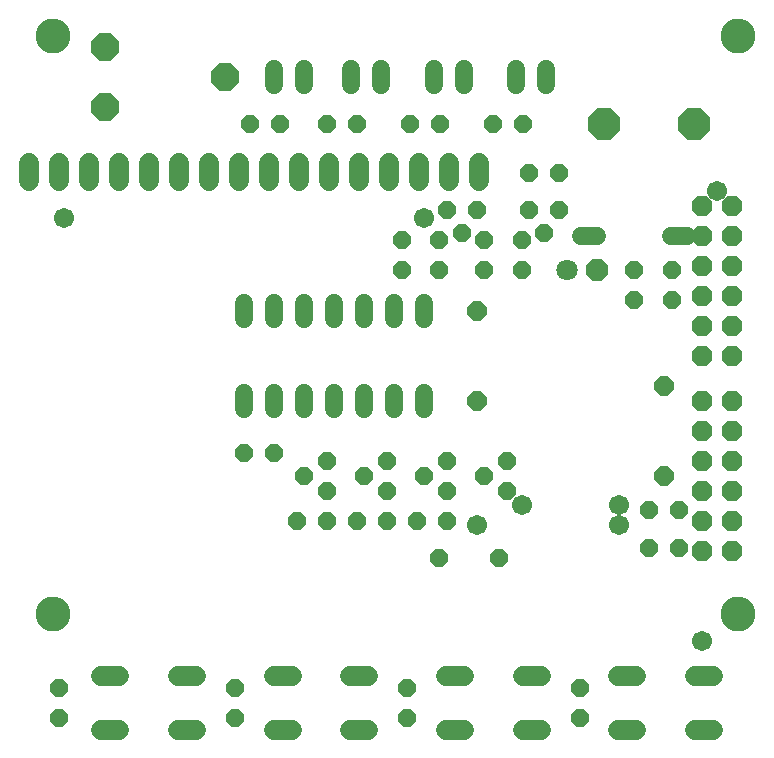
<source format=gbr>
G04 EAGLE Gerber RS-274X export*
G75*
%MOMM*%
%FSLAX34Y34*%
%LPD*%
%INSoldermask Top*%
%IPPOS*%
%AMOC8*
5,1,8,0,0,1.08239X$1,22.5*%
G01*
%ADD10C,2.953200*%
%ADD11C,1.727200*%
%ADD12C,1.524000*%
%ADD13P,2.969212X8X22.500000*%
%ADD14P,1.649562X8X112.500000*%
%ADD15P,2.584314X8X292.500000*%
%ADD16P,1.649562X8X202.500000*%
%ADD17P,1.869504X8X292.500000*%
%ADD18P,1.649562X8X22.500000*%
%ADD19P,1.759533X8X292.500000*%
%ADD20P,1.759533X8X112.500000*%
%ADD21P,1.951982X8X22.500000*%
%ADD22C,1.803400*%
%ADD23C,1.703200*%


D10*
X615000Y605000D03*
X615000Y115000D03*
X35000Y605000D03*
X35000Y115000D03*
D11*
X140892Y17394D02*
X156132Y17394D01*
X156132Y62606D02*
X140892Y62606D01*
X91108Y17394D02*
X75868Y17394D01*
X75868Y62606D02*
X91108Y62606D01*
X286892Y17394D02*
X302132Y17394D01*
X302132Y62606D02*
X286892Y62606D01*
X237108Y17394D02*
X221868Y17394D01*
X221868Y62606D02*
X237108Y62606D01*
X432892Y17394D02*
X448132Y17394D01*
X448132Y62606D02*
X432892Y62606D01*
X383108Y17394D02*
X367868Y17394D01*
X367868Y62606D02*
X383108Y62606D01*
X578892Y17394D02*
X594132Y17394D01*
X594132Y62606D02*
X578892Y62606D01*
X529108Y17394D02*
X513868Y17394D01*
X513868Y62606D02*
X529108Y62606D01*
D12*
X222300Y563396D02*
X222300Y576604D01*
X247700Y576604D02*
X247700Y563396D01*
X287300Y563396D02*
X287300Y576604D01*
X312700Y576604D02*
X312700Y563396D01*
X357300Y563396D02*
X357300Y576604D01*
X382700Y576604D02*
X382700Y563396D01*
X427300Y563396D02*
X427300Y576604D01*
X452700Y576604D02*
X452700Y563396D01*
D11*
X14500Y497620D02*
X14500Y482380D01*
X39900Y482380D02*
X39900Y497620D01*
X65300Y497620D02*
X65300Y482380D01*
X90700Y482380D02*
X90700Y497620D01*
X116100Y497620D02*
X116100Y482380D01*
X141500Y482380D02*
X141500Y497620D01*
X166900Y497620D02*
X166900Y482380D01*
X192300Y482380D02*
X192300Y497620D01*
X217700Y497620D02*
X217700Y482380D01*
X243100Y482380D02*
X243100Y497620D01*
X268500Y497620D02*
X268500Y482380D01*
X293900Y482380D02*
X293900Y497620D01*
X319300Y497620D02*
X319300Y482380D01*
X344700Y482380D02*
X344700Y497620D01*
X370100Y497620D02*
X370100Y482380D01*
X395500Y482380D02*
X395500Y497620D01*
D13*
X501900Y530000D03*
X578100Y530000D03*
D12*
X349250Y378704D02*
X349250Y365496D01*
X323850Y365496D02*
X323850Y378704D01*
X196850Y378704D02*
X196850Y365496D01*
X196850Y302504D02*
X196850Y289296D01*
X298450Y365496D02*
X298450Y378704D01*
X273050Y378704D02*
X273050Y365496D01*
X222250Y365496D02*
X222250Y378704D01*
X247650Y378704D02*
X247650Y365496D01*
X222250Y302504D02*
X222250Y289296D01*
X247650Y289296D02*
X247650Y302504D01*
X273050Y302504D02*
X273050Y289296D01*
X298450Y289296D02*
X298450Y302504D01*
X323850Y302504D02*
X323850Y289296D01*
X349250Y289296D02*
X349250Y302504D01*
D14*
X419100Y245100D03*
X400050Y232400D03*
X419100Y219700D03*
X368300Y245100D03*
X349250Y232400D03*
X368300Y219700D03*
D15*
X79200Y595400D03*
X79200Y544600D03*
X180800Y570000D03*
D16*
X438150Y457200D03*
X450850Y438150D03*
X463550Y457200D03*
D12*
X558546Y435600D02*
X571754Y435600D01*
X495554Y435600D02*
X482346Y435600D01*
D17*
X609600Y461000D03*
X609600Y435600D03*
X609600Y410200D03*
X609600Y384800D03*
X609600Y359400D03*
X609600Y334000D03*
X584200Y461000D03*
X584200Y435600D03*
X584200Y410200D03*
X584200Y384800D03*
X584200Y359400D03*
X584200Y334000D03*
X609600Y295900D03*
X609600Y270500D03*
X609600Y245100D03*
X609600Y219700D03*
X609600Y194300D03*
X609600Y168900D03*
X584200Y295900D03*
X584200Y270500D03*
X584200Y245100D03*
X584200Y219700D03*
X584200Y194300D03*
X584200Y168900D03*
D18*
X437850Y488400D03*
X463250Y488400D03*
D14*
X431800Y406400D03*
X431800Y431800D03*
X558800Y381000D03*
X558800Y406400D03*
D18*
X539750Y171450D03*
X565150Y171450D03*
D14*
X527050Y381000D03*
X527050Y406400D03*
D18*
X539750Y203200D03*
X565150Y203200D03*
D14*
X481000Y27300D03*
X481000Y52700D03*
X335000Y27300D03*
X335000Y52700D03*
X189000Y27300D03*
X189000Y52700D03*
X40000Y27300D03*
X40000Y52700D03*
D16*
X368300Y457200D03*
X381000Y438150D03*
X393700Y457200D03*
D14*
X361950Y406400D03*
X361950Y431800D03*
D19*
X393700Y372100D03*
X393700Y295900D03*
D20*
X552450Y232400D03*
X552450Y308600D03*
D18*
X361950Y162550D03*
X412750Y162550D03*
X202300Y530000D03*
X227700Y530000D03*
X267300Y530000D03*
X292700Y530000D03*
X337300Y530000D03*
X362700Y530000D03*
X407300Y530000D03*
X432700Y530000D03*
D14*
X317500Y245100D03*
X298450Y232400D03*
X317500Y219700D03*
D18*
X342900Y194300D03*
X368300Y194300D03*
X196850Y251450D03*
X222250Y251450D03*
D14*
X266700Y245100D03*
X247650Y232400D03*
X266700Y219700D03*
D18*
X292100Y194300D03*
X317500Y194300D03*
D14*
X330200Y406400D03*
X330200Y431800D03*
D18*
X241300Y194300D03*
X266700Y194300D03*
D14*
X400050Y406400D03*
X400050Y431800D03*
D21*
X495300Y406400D03*
D22*
X469900Y406400D03*
D23*
X596900Y473700D03*
X584200Y92700D03*
X44450Y450850D03*
X349250Y450850D03*
X514350Y208040D03*
X431800Y208040D03*
X514350Y190500D03*
X393700Y190500D03*
M02*

</source>
